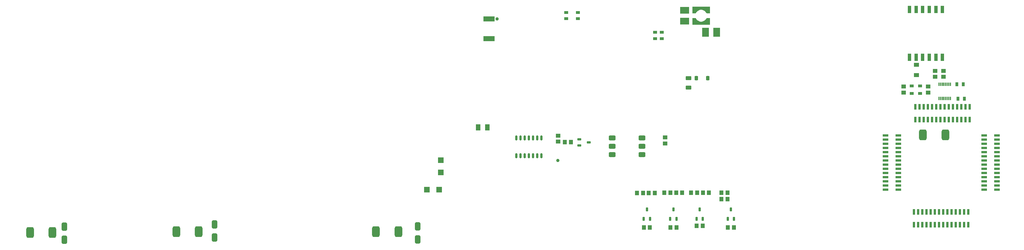
<source format=gtp>
G04*
G04 #@! TF.GenerationSoftware,Altium Limited,Altium Designer,23.9.2 (47)*
G04*
G04 Layer_Color=8421504*
%FSLAX44Y44*%
%MOMM*%
G71*
G04*
G04 #@! TF.SameCoordinates,B1C0779B-3EB0-494A-A092-0BE117C51D64*
G04*
G04*
G04 #@! TF.FilePolarity,Positive*
G04*
G01*
G75*
G04:AMPARAMS|DCode=16|XSize=0.65mm|YSize=1.25mm|CornerRadius=0.1625mm|HoleSize=0mm|Usage=FLASHONLY|Rotation=180.000|XOffset=0mm|YOffset=0mm|HoleType=Round|Shape=RoundedRectangle|*
%AMROUNDEDRECTD16*
21,1,0.6500,0.9250,0,0,180.0*
21,1,0.3250,1.2500,0,0,180.0*
1,1,0.3250,-0.1625,0.4625*
1,1,0.3250,0.1625,0.4625*
1,1,0.3250,0.1625,-0.4625*
1,1,0.3250,-0.1625,-0.4625*
%
%ADD16ROUNDEDRECTD16*%
%ADD17R,1.7000X0.7400*%
%ADD18R,0.7400X1.7000*%
G04:AMPARAMS|DCode=19|XSize=0.6mm|YSize=1.45mm|CornerRadius=0.15mm|HoleSize=0mm|Usage=FLASHONLY|Rotation=0.000|XOffset=0mm|YOffset=0mm|HoleType=Round|Shape=RoundedRectangle|*
%AMROUNDEDRECTD19*
21,1,0.6000,1.1500,0,0,0.0*
21,1,0.3000,1.4500,0,0,0.0*
1,1,0.3000,0.1500,-0.5750*
1,1,0.3000,-0.1500,-0.5750*
1,1,0.3000,-0.1500,0.5750*
1,1,0.3000,0.1500,0.5750*
%
%ADD19ROUNDEDRECTD19*%
%ADD20R,2.0000X2.8000*%
%ADD21R,2.8000X2.0000*%
%ADD22R,1.3000X0.9000*%
%ADD23R,0.9000X1.3000*%
%ADD24R,1.6000X1.2000*%
%ADD25R,0.3050X1.0000*%
%ADD26R,1.0200X2.2000*%
%ADD27R,1.1500X1.3500*%
G04:AMPARAMS|DCode=28|XSize=1.5mm|YSize=2.1mm|CornerRadius=0.375mm|HoleSize=0mm|Usage=FLASHONLY|Rotation=90.000|XOffset=0mm|YOffset=0mm|HoleType=Round|Shape=RoundedRectangle|*
%AMROUNDEDRECTD28*
21,1,1.5000,1.3500,0,0,90.0*
21,1,0.7500,2.1000,0,0,90.0*
1,1,0.7500,0.6750,0.3750*
1,1,0.7500,0.6750,-0.3750*
1,1,0.7500,-0.6750,-0.3750*
1,1,0.7500,-0.6750,0.3750*
%
%ADD28ROUNDEDRECTD28*%
G04:AMPARAMS|DCode=29|XSize=3.3mm|YSize=2.3mm|CornerRadius=0.575mm|HoleSize=0mm|Usage=FLASHONLY|Rotation=270.000|XOffset=0mm|YOffset=0mm|HoleType=Round|Shape=RoundedRectangle|*
%AMROUNDEDRECTD29*
21,1,3.3000,1.1500,0,0,270.0*
21,1,2.1500,2.3000,0,0,270.0*
1,1,1.1500,-0.5750,-1.0750*
1,1,1.1500,-0.5750,1.0750*
1,1,1.1500,0.5750,1.0750*
1,1,1.1500,0.5750,-1.0750*
%
%ADD29ROUNDEDRECTD29*%
%ADD30R,1.3500X1.1500*%
%ADD31R,1.6800X1.8000*%
%ADD32R,1.8000X1.6800*%
G04:AMPARAMS|DCode=33|XSize=1.3mm|YSize=1.1mm|CornerRadius=0.275mm|HoleSize=0mm|Usage=FLASHONLY|Rotation=90.000|XOffset=0mm|YOffset=0mm|HoleType=Round|Shape=RoundedRectangle|*
%AMROUNDEDRECTD33*
21,1,1.3000,0.5500,0,0,90.0*
21,1,0.7500,1.1000,0,0,90.0*
1,1,0.5500,0.2750,0.3750*
1,1,0.5500,0.2750,-0.3750*
1,1,0.5500,-0.2750,-0.3750*
1,1,0.5500,-0.2750,0.3750*
%
%ADD33ROUNDEDRECTD33*%
G04:AMPARAMS|DCode=34|XSize=1.7mm|YSize=2.5mm|CornerRadius=0.425mm|HoleSize=0mm|Usage=FLASHONLY|Rotation=0.000|XOffset=0mm|YOffset=0mm|HoleType=Round|Shape=RoundedRectangle|*
%AMROUNDEDRECTD34*
21,1,1.7000,1.6500,0,0,0.0*
21,1,0.8500,2.5000,0,0,0.0*
1,1,0.8500,0.4250,-0.8250*
1,1,0.8500,-0.4250,-0.8250*
1,1,0.8500,-0.4250,0.8250*
1,1,0.8500,0.4250,0.8250*
%
%ADD34ROUNDEDRECTD34*%
G04:AMPARAMS|DCode=35|XSize=0.65mm|YSize=1.25mm|CornerRadius=0.1625mm|HoleSize=0mm|Usage=FLASHONLY|Rotation=90.000|XOffset=0mm|YOffset=0mm|HoleType=Round|Shape=RoundedRectangle|*
%AMROUNDEDRECTD35*
21,1,0.6500,0.9250,0,0,90.0*
21,1,0.3250,1.2500,0,0,90.0*
1,1,0.3250,0.4625,0.1625*
1,1,0.3250,0.4625,-0.1625*
1,1,0.3250,-0.4625,-0.1625*
1,1,0.3250,-0.4625,0.1625*
%
%ADD35ROUNDEDRECTD35*%
%ADD36R,1.4000X1.9500*%
%ADD37C,1.0000*%
%ADD38R,3.5000X1.5000*%
G04:AMPARAMS|DCode=39|XSize=1.75mm|YSize=1.25mm|CornerRadius=0.3125mm|HoleSize=0mm|Usage=FLASHONLY|Rotation=180.000|XOffset=0mm|YOffset=0mm|HoleType=Round|Shape=RoundedRectangle|*
%AMROUNDEDRECTD39*
21,1,1.7500,0.6250,0,0,180.0*
21,1,1.1250,1.2500,0,0,180.0*
1,1,0.6250,-0.5625,0.3125*
1,1,0.6250,0.5625,0.3125*
1,1,0.6250,0.5625,-0.3125*
1,1,0.6250,-0.5625,-0.3125*
%
%ADD39ROUNDEDRECTD39*%
G36*
X2394422Y700983D02*
X2396407Y698200D01*
X2398883Y695843D01*
X2401759Y693997D01*
X2404933Y692727D01*
X2408290Y692081D01*
X2411708Y692081D01*
X2415065Y692727D01*
X2418239Y693995D01*
X2421116Y695841D01*
X2423592Y698198D01*
X2425578Y700980D01*
X2426364Y702500D01*
X2436500D01*
Y682500D01*
X2383500D01*
X2383503Y702503D01*
X2393636D01*
X2394422Y700983D01*
D02*
G37*
G36*
X2436497Y717497D02*
X2426364D01*
X2425578Y719017D01*
X2423593Y721800D01*
X2421117Y724157D01*
X2418241Y726003D01*
X2415067Y727273D01*
X2411710Y727919D01*
X2408292Y727919D01*
X2404935Y727274D01*
X2401761Y726005D01*
X2398884Y724159D01*
X2396408Y721802D01*
X2394422Y719020D01*
X2393636Y717500D01*
X2383500D01*
Y737500D01*
X2436500D01*
X2436497Y717497D01*
D02*
G37*
D16*
X2316000Y91500D02*
D03*
X2335000D02*
D03*
X2325500Y120000D02*
D03*
X2245000D02*
D03*
X2254500Y91500D02*
D03*
X2235500D02*
D03*
X2396000D02*
D03*
X2415000D02*
D03*
X2405500Y120000D02*
D03*
X2490500Y91500D02*
D03*
X2509500D02*
D03*
X2500000Y120000D02*
D03*
D17*
X2969910Y180470D02*
D03*
X3008910D02*
D03*
X3269910D02*
D03*
X3308910D02*
D03*
X2969910Y193170D02*
D03*
Y205870D02*
D03*
Y218570D02*
D03*
Y231270D02*
D03*
Y243970D02*
D03*
Y256670D02*
D03*
Y269370D02*
D03*
Y282070D02*
D03*
Y294770D02*
D03*
Y307470D02*
D03*
Y320170D02*
D03*
Y332870D02*
D03*
Y345570D02*
D03*
X3008910Y193170D02*
D03*
Y205870D02*
D03*
Y218570D02*
D03*
Y231270D02*
D03*
Y243970D02*
D03*
Y256670D02*
D03*
Y269370D02*
D03*
Y282070D02*
D03*
Y294770D02*
D03*
Y307470D02*
D03*
Y320170D02*
D03*
Y332870D02*
D03*
Y345570D02*
D03*
X3269910Y193170D02*
D03*
Y205870D02*
D03*
Y218570D02*
D03*
Y231270D02*
D03*
Y243970D02*
D03*
Y256670D02*
D03*
Y269370D02*
D03*
Y282070D02*
D03*
Y294770D02*
D03*
Y307470D02*
D03*
Y320170D02*
D03*
Y332870D02*
D03*
Y345570D02*
D03*
X3308910Y269370D02*
D03*
Y282070D02*
D03*
Y294770D02*
D03*
Y307470D02*
D03*
Y320170D02*
D03*
Y332870D02*
D03*
Y345570D02*
D03*
Y218570D02*
D03*
Y205870D02*
D03*
Y193170D02*
D03*
Y231270D02*
D03*
Y243970D02*
D03*
Y256670D02*
D03*
D18*
X3060550Y393520D02*
D03*
Y432520D02*
D03*
X3056860Y112520D02*
D03*
Y73520D02*
D03*
X3073250Y432520D02*
D03*
X3085950D02*
D03*
X3098650D02*
D03*
X3124050D02*
D03*
X3111350D02*
D03*
X3136750D02*
D03*
X3149450D02*
D03*
X3162150D02*
D03*
X3187550D02*
D03*
X3174850D02*
D03*
X3200250D02*
D03*
X3212950D02*
D03*
X3225650D02*
D03*
X3073250Y393520D02*
D03*
X3085950D02*
D03*
X3098650D02*
D03*
X3111350D02*
D03*
X3124050D02*
D03*
X3136750D02*
D03*
X3149450D02*
D03*
X3162150D02*
D03*
X3174850D02*
D03*
X3187550D02*
D03*
X3200250D02*
D03*
X3212950D02*
D03*
X3225650D02*
D03*
X3082260Y112520D02*
D03*
X3069560D02*
D03*
X3094960D02*
D03*
X3107660D02*
D03*
X3120360D02*
D03*
X3133060D02*
D03*
X3145760D02*
D03*
X3158460D02*
D03*
X3171160D02*
D03*
X3183860D02*
D03*
X3196560D02*
D03*
X3209260D02*
D03*
X3221960D02*
D03*
X3069560Y73520D02*
D03*
X3082260D02*
D03*
X3094960D02*
D03*
X3107660D02*
D03*
X3120360D02*
D03*
X3145760D02*
D03*
X3133060D02*
D03*
X3158460D02*
D03*
X3171160D02*
D03*
X3183860D02*
D03*
X3196560D02*
D03*
X3209260D02*
D03*
X3221960D02*
D03*
D19*
X1924700Y338000D02*
D03*
X1912000D02*
D03*
X1899300D02*
D03*
X1886600D02*
D03*
X1873900D02*
D03*
X1861200D02*
D03*
X1848500D02*
D03*
X1924700Y283500D02*
D03*
X1912000D02*
D03*
X1899300D02*
D03*
X1886600D02*
D03*
X1873900D02*
D03*
X1861200D02*
D03*
X1848500D02*
D03*
D20*
X2423250Y660000D02*
D03*
X2456750D02*
D03*
D21*
X2360000Y693250D02*
D03*
Y726750D02*
D03*
D22*
X2270000Y640500D02*
D03*
Y659500D02*
D03*
X2290000Y659500D02*
D03*
Y640500D02*
D03*
X3075000Y473500D02*
D03*
Y496500D02*
D03*
X3050000D02*
D03*
Y473500D02*
D03*
X2035000Y701000D02*
D03*
Y720000D02*
D03*
X2000000D02*
D03*
Y701000D02*
D03*
D23*
X3190500Y457000D02*
D03*
X3209500D02*
D03*
X3187250Y501250D02*
D03*
X3206250D02*
D03*
D24*
X3064000Y529500D02*
D03*
Y560500D02*
D03*
D25*
X3167500Y501500D02*
D03*
X3132500Y458500D02*
D03*
X3137500D02*
D03*
X3142500D02*
D03*
X3147500D02*
D03*
X3152500D02*
D03*
X3157500D02*
D03*
X3162500D02*
D03*
X3167500D02*
D03*
X3142500Y501500D02*
D03*
X3147500D02*
D03*
X3152500D02*
D03*
X3157500D02*
D03*
X3162500D02*
D03*
X3137500D02*
D03*
X3132500D02*
D03*
D26*
X3043000Y583000D02*
D03*
X3143000Y729000D02*
D03*
X3123000D02*
D03*
X3103000D02*
D03*
X3083000D02*
D03*
X3063000D02*
D03*
X3043000D02*
D03*
X3143000Y583000D02*
D03*
X3123000D02*
D03*
X3103000D02*
D03*
X3083000D02*
D03*
X3063000D02*
D03*
D27*
X2233500Y170000D02*
D03*
X2215000D02*
D03*
X2316714Y170713D02*
D03*
X2298214D02*
D03*
X2379571Y170713D02*
D03*
X2398071D02*
D03*
X2352393Y170713D02*
D03*
X2333893D02*
D03*
X2250679Y170000D02*
D03*
X2269179D02*
D03*
X2235750Y65000D02*
D03*
X2254250D02*
D03*
X2414750Y70000D02*
D03*
X2396250D02*
D03*
X2334750Y65000D02*
D03*
X2316250D02*
D03*
X2415250Y170713D02*
D03*
X2433750D02*
D03*
X2489860Y152000D02*
D03*
X2471360D02*
D03*
Y170713D02*
D03*
X2489860D02*
D03*
X2509250Y65000D02*
D03*
X2490750D02*
D03*
X2014250Y325000D02*
D03*
X1995750D02*
D03*
D28*
X2230250Y287000D02*
D03*
Y312400D02*
D03*
Y337800D02*
D03*
X2139250Y287000D02*
D03*
Y312400D02*
D03*
Y337800D02*
D03*
D29*
X3152000Y347500D02*
D03*
X3084000D02*
D03*
X371000Y49750D02*
D03*
X439000D02*
D03*
X815000Y52500D02*
D03*
X883000D02*
D03*
X1421750D02*
D03*
X1489750D02*
D03*
D30*
X3100000Y475750D02*
D03*
Y494250D02*
D03*
X3025000D02*
D03*
Y475750D02*
D03*
X3146250Y542250D02*
D03*
Y523750D02*
D03*
X3121250Y542250D02*
D03*
Y523750D02*
D03*
X2300000Y339250D02*
D03*
Y320750D02*
D03*
X1975000Y326500D02*
D03*
Y345000D02*
D03*
D31*
X1618750Y270400D02*
D03*
Y233100D02*
D03*
D32*
X1613650Y180250D02*
D03*
X1576350D02*
D03*
D33*
X2430250Y519500D02*
D03*
X2395250D02*
D03*
D34*
X1549000Y68500D02*
D03*
Y29000D02*
D03*
X931750Y74250D02*
D03*
Y34750D02*
D03*
X474750Y67500D02*
D03*
Y28000D02*
D03*
D35*
X2068500Y324500D02*
D03*
X2040000Y315000D02*
D03*
Y334000D02*
D03*
D36*
X1760000Y370000D02*
D03*
X1732000D02*
D03*
D37*
X1790000Y700000D02*
D03*
X1974375Y269500D02*
D03*
D38*
X1765000Y640000D02*
D03*
Y700000D02*
D03*
D39*
X2371250Y519500D02*
D03*
Y491000D02*
D03*
M02*

</source>
